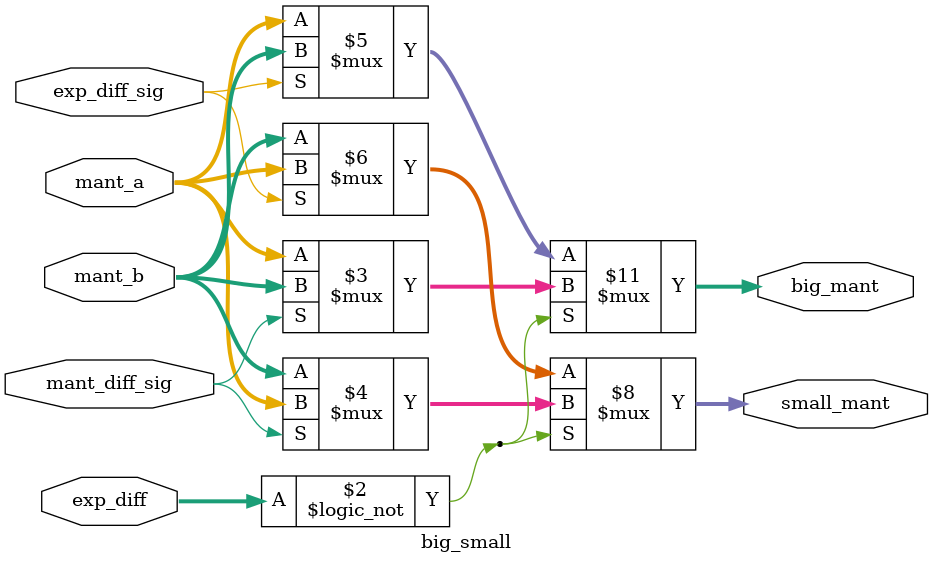
<source format=sv>
module big_small (
	input	logic	[3:0]	mant_a,
	input	logic	[3:0]	mant_b,
	input	logic	[3:0]	exp_diff,
	input	logic			exp_diff_sig,
	input	logic			mant_diff_sig,
	
	output	logic	[3:0]	big_mant,
	output	logic	[3:0]	small_mant
);

always@(mant_a or mant_b or exp_diff or exp_diff_sig or mant_diff_sig ) begin
	if (exp_diff==4'b0000) begin
		big_mant <= mant_diff_sig ? mant_b : mant_a ; 
		small_mant <= mant_diff_sig ? mant_a : mant_b ; 
	end
	else begin
		big_mant <= exp_diff_sig ? mant_b : mant_a ; 
		small_mant <= exp_diff_sig ? mant_a : mant_b ;
	end
end

endmodule
</source>
